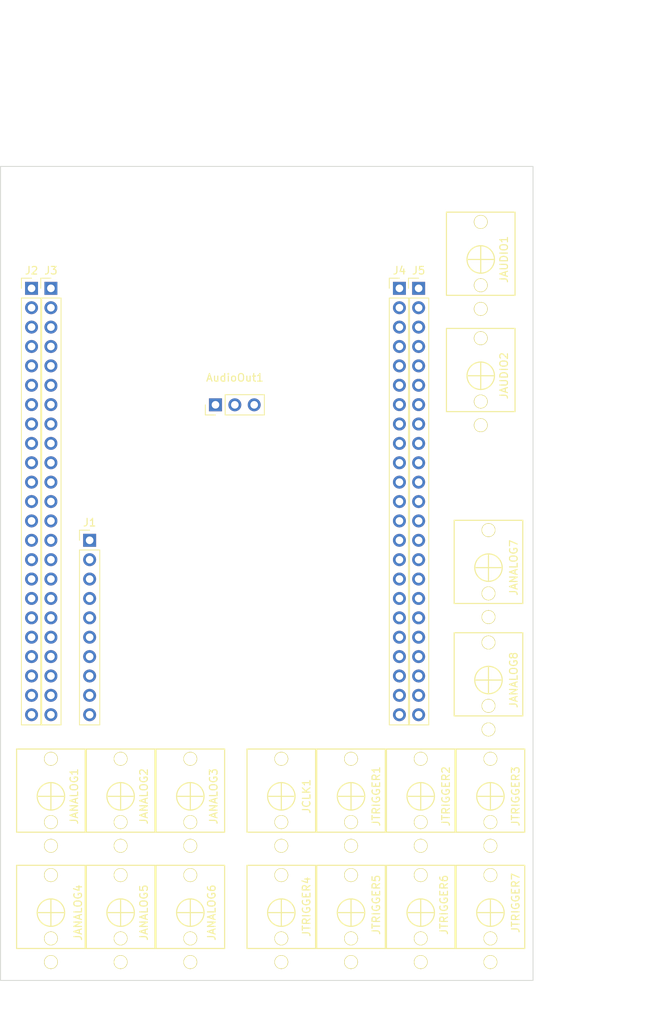
<source format=kicad_pcb>
(kicad_pcb (version 20171130) (host pcbnew "(5.1.2-1)-1")

  (general
    (thickness 1.6)
    (drawings 12)
    (tracks 0)
    (zones 0)
    (modules 24)
    (nets 1)
  )

  (page A4)
  (layers
    (0 F.Cu signal)
    (31 B.Cu signal)
    (32 B.Adhes user)
    (33 F.Adhes user)
    (34 B.Paste user)
    (35 F.Paste user)
    (36 B.SilkS user)
    (37 F.SilkS user)
    (38 B.Mask user)
    (39 F.Mask user)
    (40 Dwgs.User user)
    (41 Cmts.User user)
    (42 Eco1.User user)
    (43 Eco2.User user)
    (44 Edge.Cuts user)
    (45 Margin user)
    (46 B.CrtYd user)
    (47 F.CrtYd user)
    (48 B.Fab user)
    (49 F.Fab user)
  )

  (setup
    (last_trace_width 0.25)
    (trace_clearance 0.2)
    (zone_clearance 0.508)
    (zone_45_only no)
    (trace_min 0.2)
    (via_size 0.8)
    (via_drill 0.4)
    (via_min_size 0.4)
    (via_min_drill 0.3)
    (uvia_size 0.3)
    (uvia_drill 0.1)
    (uvias_allowed no)
    (uvia_min_size 0.2)
    (uvia_min_drill 0.1)
    (edge_width 0.05)
    (segment_width 0.2)
    (pcb_text_width 0.3)
    (pcb_text_size 1.5 1.5)
    (mod_edge_width 0.12)
    (mod_text_size 1 1)
    (mod_text_width 0.15)
    (pad_size 1.524 1.524)
    (pad_drill 0.762)
    (pad_to_mask_clearance 0.051)
    (solder_mask_min_width 0.25)
    (aux_axis_origin 0 0)
    (visible_elements FFFFFF7F)
    (pcbplotparams
      (layerselection 0x010fc_ffffffff)
      (usegerberextensions false)
      (usegerberattributes false)
      (usegerberadvancedattributes false)
      (creategerberjobfile false)
      (excludeedgelayer true)
      (linewidth 0.100000)
      (plotframeref false)
      (viasonmask false)
      (mode 1)
      (useauxorigin false)
      (hpglpennumber 1)
      (hpglpenspeed 20)
      (hpglpendiameter 15.000000)
      (psnegative false)
      (psa4output false)
      (plotreference true)
      (plotvalue true)
      (plotinvisibletext false)
      (padsonsilk false)
      (subtractmaskfromsilk false)
      (outputformat 1)
      (mirror false)
      (drillshape 1)
      (scaleselection 1)
      (outputdirectory ""))
  )

  (net 0 "")

  (net_class Default "This is the default net class."
    (clearance 0.2)
    (trace_width 0.25)
    (via_dia 0.8)
    (via_drill 0.4)
    (uvia_dia 0.3)
    (uvia_drill 0.1)
    (add_net "Net-(AudioOut1-Pad1)")
    (add_net "Net-(AudioOut1-Pad2)")
    (add_net "Net-(AudioOut1-Pad3)")
    (add_net "Net-(J1-Pad1)")
    (add_net "Net-(J1-Pad10)")
    (add_net "Net-(J1-Pad2)")
    (add_net "Net-(J1-Pad3)")
    (add_net "Net-(J1-Pad4)")
    (add_net "Net-(J1-Pad5)")
    (add_net "Net-(J1-Pad6)")
    (add_net "Net-(J1-Pad7)")
    (add_net "Net-(J1-Pad8)")
    (add_net "Net-(J1-Pad9)")
    (add_net "Net-(J2-Pad1)")
    (add_net "Net-(J2-Pad10)")
    (add_net "Net-(J2-Pad11)")
    (add_net "Net-(J2-Pad12)")
    (add_net "Net-(J2-Pad13)")
    (add_net "Net-(J2-Pad14)")
    (add_net "Net-(J2-Pad15)")
    (add_net "Net-(J2-Pad16)")
    (add_net "Net-(J2-Pad17)")
    (add_net "Net-(J2-Pad18)")
    (add_net "Net-(J2-Pad19)")
    (add_net "Net-(J2-Pad2)")
    (add_net "Net-(J2-Pad20)")
    (add_net "Net-(J2-Pad21)")
    (add_net "Net-(J2-Pad22)")
    (add_net "Net-(J2-Pad3)")
    (add_net "Net-(J2-Pad4)")
    (add_net "Net-(J2-Pad5)")
    (add_net "Net-(J2-Pad6)")
    (add_net "Net-(J2-Pad7)")
    (add_net "Net-(J2-Pad8)")
    (add_net "Net-(J2-Pad9)")
    (add_net "Net-(J3-Pad1)")
    (add_net "Net-(J3-Pad10)")
    (add_net "Net-(J3-Pad11)")
    (add_net "Net-(J3-Pad12)")
    (add_net "Net-(J3-Pad13)")
    (add_net "Net-(J3-Pad14)")
    (add_net "Net-(J3-Pad15)")
    (add_net "Net-(J3-Pad16)")
    (add_net "Net-(J3-Pad17)")
    (add_net "Net-(J3-Pad18)")
    (add_net "Net-(J3-Pad19)")
    (add_net "Net-(J3-Pad2)")
    (add_net "Net-(J3-Pad20)")
    (add_net "Net-(J3-Pad21)")
    (add_net "Net-(J3-Pad22)")
    (add_net "Net-(J3-Pad3)")
    (add_net "Net-(J3-Pad4)")
    (add_net "Net-(J3-Pad5)")
    (add_net "Net-(J3-Pad6)")
    (add_net "Net-(J3-Pad7)")
    (add_net "Net-(J3-Pad8)")
    (add_net "Net-(J3-Pad9)")
    (add_net "Net-(J4-Pad1)")
    (add_net "Net-(J4-Pad10)")
    (add_net "Net-(J4-Pad11)")
    (add_net "Net-(J4-Pad12)")
    (add_net "Net-(J4-Pad13)")
    (add_net "Net-(J4-Pad14)")
    (add_net "Net-(J4-Pad15)")
    (add_net "Net-(J4-Pad16)")
    (add_net "Net-(J4-Pad17)")
    (add_net "Net-(J4-Pad18)")
    (add_net "Net-(J4-Pad19)")
    (add_net "Net-(J4-Pad2)")
    (add_net "Net-(J4-Pad20)")
    (add_net "Net-(J4-Pad21)")
    (add_net "Net-(J4-Pad22)")
    (add_net "Net-(J4-Pad3)")
    (add_net "Net-(J4-Pad4)")
    (add_net "Net-(J4-Pad5)")
    (add_net "Net-(J4-Pad6)")
    (add_net "Net-(J4-Pad7)")
    (add_net "Net-(J4-Pad8)")
    (add_net "Net-(J4-Pad9)")
    (add_net "Net-(J5-Pad1)")
    (add_net "Net-(J5-Pad10)")
    (add_net "Net-(J5-Pad11)")
    (add_net "Net-(J5-Pad12)")
    (add_net "Net-(J5-Pad13)")
    (add_net "Net-(J5-Pad14)")
    (add_net "Net-(J5-Pad15)")
    (add_net "Net-(J5-Pad16)")
    (add_net "Net-(J5-Pad17)")
    (add_net "Net-(J5-Pad18)")
    (add_net "Net-(J5-Pad19)")
    (add_net "Net-(J5-Pad2)")
    (add_net "Net-(J5-Pad20)")
    (add_net "Net-(J5-Pad21)")
    (add_net "Net-(J5-Pad22)")
    (add_net "Net-(J5-Pad3)")
    (add_net "Net-(J5-Pad4)")
    (add_net "Net-(J5-Pad5)")
    (add_net "Net-(J5-Pad6)")
    (add_net "Net-(J5-Pad7)")
    (add_net "Net-(J5-Pad8)")
    (add_net "Net-(J5-Pad9)")
    (add_net "Net-(JANALOG1-Pad1)")
    (add_net "Net-(JANALOG1-Pad2)")
    (add_net "Net-(JANALOG1-Pad3)")
    (add_net "Net-(JANALOG2-Pad1)")
    (add_net "Net-(JANALOG2-Pad2)")
    (add_net "Net-(JANALOG2-Pad3)")
    (add_net "Net-(JANALOG3-Pad1)")
    (add_net "Net-(JANALOG3-Pad2)")
    (add_net "Net-(JANALOG3-Pad3)")
    (add_net "Net-(JANALOG4-Pad1)")
    (add_net "Net-(JANALOG4-Pad2)")
    (add_net "Net-(JANALOG4-Pad3)")
    (add_net "Net-(JANALOG5-Pad1)")
    (add_net "Net-(JANALOG5-Pad2)")
    (add_net "Net-(JANALOG5-Pad3)")
    (add_net "Net-(JANALOG6-Pad1)")
    (add_net "Net-(JANALOG6-Pad2)")
    (add_net "Net-(JANALOG6-Pad3)")
    (add_net "Net-(JANALOG7-Pad1)")
    (add_net "Net-(JANALOG7-Pad2)")
    (add_net "Net-(JANALOG7-Pad3)")
    (add_net "Net-(JANALOG8-Pad1)")
    (add_net "Net-(JANALOG8-Pad2)")
    (add_net "Net-(JANALOG8-Pad3)")
    (add_net "Net-(JAUDIO1-Pad1)")
    (add_net "Net-(JAUDIO1-Pad2)")
    (add_net "Net-(JAUDIO1-Pad3)")
    (add_net "Net-(JAUDIO2-Pad1)")
    (add_net "Net-(JAUDIO2-Pad2)")
    (add_net "Net-(JAUDIO2-Pad3)")
    (add_net "Net-(JCLK1-Pad1)")
    (add_net "Net-(JCLK1-Pad2)")
    (add_net "Net-(JCLK1-Pad3)")
    (add_net "Net-(JTRIGGER1-Pad1)")
    (add_net "Net-(JTRIGGER1-Pad2)")
    (add_net "Net-(JTRIGGER1-Pad3)")
    (add_net "Net-(JTRIGGER2-Pad1)")
    (add_net "Net-(JTRIGGER2-Pad2)")
    (add_net "Net-(JTRIGGER2-Pad3)")
    (add_net "Net-(JTRIGGER3-Pad1)")
    (add_net "Net-(JTRIGGER3-Pad2)")
    (add_net "Net-(JTRIGGER3-Pad3)")
    (add_net "Net-(JTRIGGER4-Pad1)")
    (add_net "Net-(JTRIGGER4-Pad2)")
    (add_net "Net-(JTRIGGER4-Pad3)")
    (add_net "Net-(JTRIGGER5-Pad1)")
    (add_net "Net-(JTRIGGER5-Pad2)")
    (add_net "Net-(JTRIGGER5-Pad3)")
    (add_net "Net-(JTRIGGER6-Pad1)")
    (add_net "Net-(JTRIGGER6-Pad2)")
    (add_net "Net-(JTRIGGER6-Pad3)")
    (add_net "Net-(JTRIGGER7-Pad1)")
    (add_net "Net-(JTRIGGER7-Pad2)")
    (add_net "Net-(JTRIGGER7-Pad3)")
  )

  (module Connector_PinHeader_2.54mm:PinHeader_1x03_P2.54mm_Vertical (layer F.Cu) (tedit 59FED5CC) (tstamp 5DD17F74)
    (at 93.98 66.04 90)
    (descr "Through hole straight pin header, 1x03, 2.54mm pitch, single row")
    (tags "Through hole pin header THT 1x03 2.54mm single row")
    (path /5DD957B2/5DD177CB)
    (fp_text reference AudioOut1 (at 3.556 2.54 180) (layer F.SilkS)
      (effects (font (size 1 1) (thickness 0.15)))
    )
    (fp_text value Conn_01x03_Female (at 0 7.41 90) (layer F.Fab) hide
      (effects (font (size 1 1) (thickness 0.15)))
    )
    (fp_text user %R (at 0 2.54) (layer F.Fab)
      (effects (font (size 1 1) (thickness 0.15)))
    )
    (fp_line (start 1.8 -1.8) (end -1.8 -1.8) (layer F.CrtYd) (width 0.05))
    (fp_line (start 1.8 6.85) (end 1.8 -1.8) (layer F.CrtYd) (width 0.05))
    (fp_line (start -1.8 6.85) (end 1.8 6.85) (layer F.CrtYd) (width 0.05))
    (fp_line (start -1.8 -1.8) (end -1.8 6.85) (layer F.CrtYd) (width 0.05))
    (fp_line (start -1.33 -1.33) (end 0 -1.33) (layer F.SilkS) (width 0.12))
    (fp_line (start -1.33 0) (end -1.33 -1.33) (layer F.SilkS) (width 0.12))
    (fp_line (start -1.33 1.27) (end 1.33 1.27) (layer F.SilkS) (width 0.12))
    (fp_line (start 1.33 1.27) (end 1.33 6.41) (layer F.SilkS) (width 0.12))
    (fp_line (start -1.33 1.27) (end -1.33 6.41) (layer F.SilkS) (width 0.12))
    (fp_line (start -1.33 6.41) (end 1.33 6.41) (layer F.SilkS) (width 0.12))
    (fp_line (start -1.27 -0.635) (end -0.635 -1.27) (layer F.Fab) (width 0.1))
    (fp_line (start -1.27 6.35) (end -1.27 -0.635) (layer F.Fab) (width 0.1))
    (fp_line (start 1.27 6.35) (end -1.27 6.35) (layer F.Fab) (width 0.1))
    (fp_line (start 1.27 -1.27) (end 1.27 6.35) (layer F.Fab) (width 0.1))
    (fp_line (start -0.635 -1.27) (end 1.27 -1.27) (layer F.Fab) (width 0.1))
    (pad 3 thru_hole oval (at 0 5.08 90) (size 1.7 1.7) (drill 1) (layers *.Cu *.Mask))
    (pad 2 thru_hole oval (at 0 2.54 90) (size 1.7 1.7) (drill 1) (layers *.Cu *.Mask))
    (pad 1 thru_hole rect (at 0 0 90) (size 1.7 1.7) (drill 1) (layers *.Cu *.Mask))
    (model ${KISYS3DMOD}/Connector_PinHeader_2.54mm.3dshapes/PinHeader_1x03_P2.54mm_Vertical.wrl
      (at (xyz 0 0 0))
      (scale (xyz 1 1 1))
      (rotate (xyz 0 0 0))
    )
  )

  (module Connector_PinHeader_2.54mm:PinHeader_1x23_P2.54mm_Vertical (layer F.Cu) (tedit 59FED5CC) (tstamp 5DD170C3)
    (at 120.63 50.7746)
    (descr "Through hole straight pin header, 1x23, 2.54mm pitch, single row")
    (tags "Through hole pin header THT 1x23 2.54mm single row")
    (path /5DD95839/5DDE6978)
    (fp_text reference J5 (at 0 -2.33) (layer F.SilkS)
      (effects (font (size 1 1) (thickness 0.15)))
    )
    (fp_text value Conn_01x22_Male (at 0 58.21) (layer F.Fab) hide
      (effects (font (size 1 1) (thickness 0.15)))
    )
    (fp_text user %R (at 0 27.94 90) (layer F.Fab)
      (effects (font (size 1 1) (thickness 0.15)))
    )
    (fp_line (start 1.8 -1.8) (end -1.8 -1.8) (layer F.CrtYd) (width 0.05))
    (fp_line (start 1.8 57.65) (end 1.8 -1.8) (layer F.CrtYd) (width 0.05))
    (fp_line (start -1.8 57.65) (end 1.8 57.65) (layer F.CrtYd) (width 0.05))
    (fp_line (start -1.8 -1.8) (end -1.8 57.65) (layer F.CrtYd) (width 0.05))
    (fp_line (start -1.33 -1.33) (end 0 -1.33) (layer F.SilkS) (width 0.12))
    (fp_line (start -1.33 0) (end -1.33 -1.33) (layer F.SilkS) (width 0.12))
    (fp_line (start -1.33 1.27) (end 1.33 1.27) (layer F.SilkS) (width 0.12))
    (fp_line (start 1.33 1.27) (end 1.33 57.21) (layer F.SilkS) (width 0.12))
    (fp_line (start -1.33 1.27) (end -1.33 57.21) (layer F.SilkS) (width 0.12))
    (fp_line (start -1.33 57.21) (end 1.33 57.21) (layer F.SilkS) (width 0.12))
    (fp_line (start -1.27 -0.635) (end -0.635 -1.27) (layer F.Fab) (width 0.1))
    (fp_line (start -1.27 57.15) (end -1.27 -0.635) (layer F.Fab) (width 0.1))
    (fp_line (start 1.27 57.15) (end -1.27 57.15) (layer F.Fab) (width 0.1))
    (fp_line (start 1.27 -1.27) (end 1.27 57.15) (layer F.Fab) (width 0.1))
    (fp_line (start -0.635 -1.27) (end 1.27 -1.27) (layer F.Fab) (width 0.1))
    (pad 23 thru_hole oval (at 0 55.88) (size 1.7 1.7) (drill 1) (layers *.Cu *.Mask))
    (pad 22 thru_hole oval (at 0 53.34) (size 1.7 1.7) (drill 1) (layers *.Cu *.Mask))
    (pad 21 thru_hole oval (at 0 50.8) (size 1.7 1.7) (drill 1) (layers *.Cu *.Mask))
    (pad 20 thru_hole oval (at 0 48.26) (size 1.7 1.7) (drill 1) (layers *.Cu *.Mask))
    (pad 19 thru_hole oval (at 0 45.72) (size 1.7 1.7) (drill 1) (layers *.Cu *.Mask))
    (pad 18 thru_hole oval (at 0 43.18) (size 1.7 1.7) (drill 1) (layers *.Cu *.Mask))
    (pad 17 thru_hole oval (at 0 40.64) (size 1.7 1.7) (drill 1) (layers *.Cu *.Mask))
    (pad 16 thru_hole oval (at 0 38.1) (size 1.7 1.7) (drill 1) (layers *.Cu *.Mask))
    (pad 15 thru_hole oval (at 0 35.56) (size 1.7 1.7) (drill 1) (layers *.Cu *.Mask))
    (pad 14 thru_hole oval (at 0 33.02) (size 1.7 1.7) (drill 1) (layers *.Cu *.Mask))
    (pad 13 thru_hole oval (at 0 30.48) (size 1.7 1.7) (drill 1) (layers *.Cu *.Mask))
    (pad 12 thru_hole oval (at 0 27.94) (size 1.7 1.7) (drill 1) (layers *.Cu *.Mask))
    (pad 11 thru_hole oval (at 0 25.4) (size 1.7 1.7) (drill 1) (layers *.Cu *.Mask))
    (pad 10 thru_hole oval (at 0 22.86) (size 1.7 1.7) (drill 1) (layers *.Cu *.Mask))
    (pad 9 thru_hole oval (at 0 20.32) (size 1.7 1.7) (drill 1) (layers *.Cu *.Mask))
    (pad 8 thru_hole oval (at 0 17.78) (size 1.7 1.7) (drill 1) (layers *.Cu *.Mask))
    (pad 7 thru_hole oval (at 0 15.24) (size 1.7 1.7) (drill 1) (layers *.Cu *.Mask))
    (pad 6 thru_hole oval (at 0 12.7) (size 1.7 1.7) (drill 1) (layers *.Cu *.Mask))
    (pad 5 thru_hole oval (at 0 10.16) (size 1.7 1.7) (drill 1) (layers *.Cu *.Mask))
    (pad 4 thru_hole oval (at 0 7.62) (size 1.7 1.7) (drill 1) (layers *.Cu *.Mask))
    (pad 3 thru_hole oval (at 0 5.08) (size 1.7 1.7) (drill 1) (layers *.Cu *.Mask))
    (pad 2 thru_hole oval (at 0 2.54) (size 1.7 1.7) (drill 1) (layers *.Cu *.Mask))
    (pad 1 thru_hole rect (at 0 0) (size 1.7 1.7) (drill 1) (layers *.Cu *.Mask))
    (model ${KISYS3DMOD}/Connector_PinHeader_2.54mm.3dshapes/PinHeader_1x23_P2.54mm_Vertical.wrl
      (at (xyz 0 0 0))
      (scale (xyz 1 1 1))
      (rotate (xyz 0 0 0))
    )
  )

  (module Connector_PinHeader_2.54mm:PinHeader_1x23_P2.54mm_Vertical (layer F.Cu) (tedit 59FED5CC) (tstamp 5DD17098)
    (at 118.11 50.7746)
    (descr "Through hole straight pin header, 1x23, 2.54mm pitch, single row")
    (tags "Through hole pin header THT 1x23 2.54mm single row")
    (path /5DD95839/5DDE5FA9)
    (fp_text reference J4 (at 0 -2.33) (layer F.SilkS)
      (effects (font (size 1 1) (thickness 0.15)))
    )
    (fp_text value Conn_01x22_Male (at 0 58.21) (layer F.Fab) hide
      (effects (font (size 1 1) (thickness 0.15)))
    )
    (fp_text user %R (at 0 27.94 90) (layer F.Fab)
      (effects (font (size 1 1) (thickness 0.15)))
    )
    (fp_line (start 1.8 -1.8) (end -1.8 -1.8) (layer F.CrtYd) (width 0.05))
    (fp_line (start 1.8 57.65) (end 1.8 -1.8) (layer F.CrtYd) (width 0.05))
    (fp_line (start -1.8 57.65) (end 1.8 57.65) (layer F.CrtYd) (width 0.05))
    (fp_line (start -1.8 -1.8) (end -1.8 57.65) (layer F.CrtYd) (width 0.05))
    (fp_line (start -1.33 -1.33) (end 0 -1.33) (layer F.SilkS) (width 0.12))
    (fp_line (start -1.33 0) (end -1.33 -1.33) (layer F.SilkS) (width 0.12))
    (fp_line (start -1.33 1.27) (end 1.33 1.27) (layer F.SilkS) (width 0.12))
    (fp_line (start 1.33 1.27) (end 1.33 57.21) (layer F.SilkS) (width 0.12))
    (fp_line (start -1.33 1.27) (end -1.33 57.21) (layer F.SilkS) (width 0.12))
    (fp_line (start -1.33 57.21) (end 1.33 57.21) (layer F.SilkS) (width 0.12))
    (fp_line (start -1.27 -0.635) (end -0.635 -1.27) (layer F.Fab) (width 0.1))
    (fp_line (start -1.27 57.15) (end -1.27 -0.635) (layer F.Fab) (width 0.1))
    (fp_line (start 1.27 57.15) (end -1.27 57.15) (layer F.Fab) (width 0.1))
    (fp_line (start 1.27 -1.27) (end 1.27 57.15) (layer F.Fab) (width 0.1))
    (fp_line (start -0.635 -1.27) (end 1.27 -1.27) (layer F.Fab) (width 0.1))
    (pad 23 thru_hole oval (at 0 55.88) (size 1.7 1.7) (drill 1) (layers *.Cu *.Mask))
    (pad 22 thru_hole oval (at 0 53.34) (size 1.7 1.7) (drill 1) (layers *.Cu *.Mask))
    (pad 21 thru_hole oval (at 0 50.8) (size 1.7 1.7) (drill 1) (layers *.Cu *.Mask))
    (pad 20 thru_hole oval (at 0 48.26) (size 1.7 1.7) (drill 1) (layers *.Cu *.Mask))
    (pad 19 thru_hole oval (at 0 45.72) (size 1.7 1.7) (drill 1) (layers *.Cu *.Mask))
    (pad 18 thru_hole oval (at 0 43.18) (size 1.7 1.7) (drill 1) (layers *.Cu *.Mask))
    (pad 17 thru_hole oval (at 0 40.64) (size 1.7 1.7) (drill 1) (layers *.Cu *.Mask))
    (pad 16 thru_hole oval (at 0 38.1) (size 1.7 1.7) (drill 1) (layers *.Cu *.Mask))
    (pad 15 thru_hole oval (at 0 35.56) (size 1.7 1.7) (drill 1) (layers *.Cu *.Mask))
    (pad 14 thru_hole oval (at 0 33.02) (size 1.7 1.7) (drill 1) (layers *.Cu *.Mask))
    (pad 13 thru_hole oval (at 0 30.48) (size 1.7 1.7) (drill 1) (layers *.Cu *.Mask))
    (pad 12 thru_hole oval (at 0 27.94) (size 1.7 1.7) (drill 1) (layers *.Cu *.Mask))
    (pad 11 thru_hole oval (at 0 25.4) (size 1.7 1.7) (drill 1) (layers *.Cu *.Mask))
    (pad 10 thru_hole oval (at 0 22.86) (size 1.7 1.7) (drill 1) (layers *.Cu *.Mask))
    (pad 9 thru_hole oval (at 0 20.32) (size 1.7 1.7) (drill 1) (layers *.Cu *.Mask))
    (pad 8 thru_hole oval (at 0 17.78) (size 1.7 1.7) (drill 1) (layers *.Cu *.Mask))
    (pad 7 thru_hole oval (at 0 15.24) (size 1.7 1.7) (drill 1) (layers *.Cu *.Mask))
    (pad 6 thru_hole oval (at 0 12.7) (size 1.7 1.7) (drill 1) (layers *.Cu *.Mask))
    (pad 5 thru_hole oval (at 0 10.16) (size 1.7 1.7) (drill 1) (layers *.Cu *.Mask))
    (pad 4 thru_hole oval (at 0 7.62) (size 1.7 1.7) (drill 1) (layers *.Cu *.Mask))
    (pad 3 thru_hole oval (at 0 5.08) (size 1.7 1.7) (drill 1) (layers *.Cu *.Mask))
    (pad 2 thru_hole oval (at 0 2.54) (size 1.7 1.7) (drill 1) (layers *.Cu *.Mask))
    (pad 1 thru_hole rect (at 0 0) (size 1.7 1.7) (drill 1) (layers *.Cu *.Mask))
    (model ${KISYS3DMOD}/Connector_PinHeader_2.54mm.3dshapes/PinHeader_1x23_P2.54mm_Vertical.wrl
      (at (xyz 0 0 0))
      (scale (xyz 1 1 1))
      (rotate (xyz 0 0 0))
    )
  )

  (module Connector_PinHeader_2.54mm:PinHeader_1x23_P2.54mm_Vertical (layer F.Cu) (tedit 59FED5CC) (tstamp 5DD1706D)
    (at 72.39 50.7746)
    (descr "Through hole straight pin header, 1x23, 2.54mm pitch, single row")
    (tags "Through hole pin header THT 1x23 2.54mm single row")
    (path /5DD95839/5DDE4AF1)
    (fp_text reference J3 (at 0 -2.33) (layer F.SilkS)
      (effects (font (size 1 1) (thickness 0.15)))
    )
    (fp_text value Conn_01x22_Male (at 0 58.21) (layer F.Fab) hide
      (effects (font (size 1 1) (thickness 0.15)))
    )
    (fp_text user %R (at 0 27.94 90) (layer F.Fab)
      (effects (font (size 1 1) (thickness 0.15)))
    )
    (fp_line (start 1.8 -1.8) (end -1.8 -1.8) (layer F.CrtYd) (width 0.05))
    (fp_line (start 1.8 57.65) (end 1.8 -1.8) (layer F.CrtYd) (width 0.05))
    (fp_line (start -1.8 57.65) (end 1.8 57.65) (layer F.CrtYd) (width 0.05))
    (fp_line (start -1.8 -1.8) (end -1.8 57.65) (layer F.CrtYd) (width 0.05))
    (fp_line (start -1.33 -1.33) (end 0 -1.33) (layer F.SilkS) (width 0.12))
    (fp_line (start -1.33 0) (end -1.33 -1.33) (layer F.SilkS) (width 0.12))
    (fp_line (start -1.33 1.27) (end 1.33 1.27) (layer F.SilkS) (width 0.12))
    (fp_line (start 1.33 1.27) (end 1.33 57.21) (layer F.SilkS) (width 0.12))
    (fp_line (start -1.33 1.27) (end -1.33 57.21) (layer F.SilkS) (width 0.12))
    (fp_line (start -1.33 57.21) (end 1.33 57.21) (layer F.SilkS) (width 0.12))
    (fp_line (start -1.27 -0.635) (end -0.635 -1.27) (layer F.Fab) (width 0.1))
    (fp_line (start -1.27 57.15) (end -1.27 -0.635) (layer F.Fab) (width 0.1))
    (fp_line (start 1.27 57.15) (end -1.27 57.15) (layer F.Fab) (width 0.1))
    (fp_line (start 1.27 -1.27) (end 1.27 57.15) (layer F.Fab) (width 0.1))
    (fp_line (start -0.635 -1.27) (end 1.27 -1.27) (layer F.Fab) (width 0.1))
    (pad 23 thru_hole oval (at 0 55.88) (size 1.7 1.7) (drill 1) (layers *.Cu *.Mask))
    (pad 22 thru_hole oval (at 0 53.34) (size 1.7 1.7) (drill 1) (layers *.Cu *.Mask))
    (pad 21 thru_hole oval (at 0 50.8) (size 1.7 1.7) (drill 1) (layers *.Cu *.Mask))
    (pad 20 thru_hole oval (at 0 48.26) (size 1.7 1.7) (drill 1) (layers *.Cu *.Mask))
    (pad 19 thru_hole oval (at 0 45.72) (size 1.7 1.7) (drill 1) (layers *.Cu *.Mask))
    (pad 18 thru_hole oval (at 0 43.18) (size 1.7 1.7) (drill 1) (layers *.Cu *.Mask))
    (pad 17 thru_hole oval (at 0 40.64) (size 1.7 1.7) (drill 1) (layers *.Cu *.Mask))
    (pad 16 thru_hole oval (at 0 38.1) (size 1.7 1.7) (drill 1) (layers *.Cu *.Mask))
    (pad 15 thru_hole oval (at 0 35.56) (size 1.7 1.7) (drill 1) (layers *.Cu *.Mask))
    (pad 14 thru_hole oval (at 0 33.02) (size 1.7 1.7) (drill 1) (layers *.Cu *.Mask))
    (pad 13 thru_hole oval (at 0 30.48) (size 1.7 1.7) (drill 1) (layers *.Cu *.Mask))
    (pad 12 thru_hole oval (at 0 27.94) (size 1.7 1.7) (drill 1) (layers *.Cu *.Mask))
    (pad 11 thru_hole oval (at 0 25.4) (size 1.7 1.7) (drill 1) (layers *.Cu *.Mask))
    (pad 10 thru_hole oval (at 0 22.86) (size 1.7 1.7) (drill 1) (layers *.Cu *.Mask))
    (pad 9 thru_hole oval (at 0 20.32) (size 1.7 1.7) (drill 1) (layers *.Cu *.Mask))
    (pad 8 thru_hole oval (at 0 17.78) (size 1.7 1.7) (drill 1) (layers *.Cu *.Mask))
    (pad 7 thru_hole oval (at 0 15.24) (size 1.7 1.7) (drill 1) (layers *.Cu *.Mask))
    (pad 6 thru_hole oval (at 0 12.7) (size 1.7 1.7) (drill 1) (layers *.Cu *.Mask))
    (pad 5 thru_hole oval (at 0 10.16) (size 1.7 1.7) (drill 1) (layers *.Cu *.Mask))
    (pad 4 thru_hole oval (at 0 7.62) (size 1.7 1.7) (drill 1) (layers *.Cu *.Mask))
    (pad 3 thru_hole oval (at 0 5.08) (size 1.7 1.7) (drill 1) (layers *.Cu *.Mask))
    (pad 2 thru_hole oval (at 0 2.54) (size 1.7 1.7) (drill 1) (layers *.Cu *.Mask))
    (pad 1 thru_hole rect (at 0 0) (size 1.7 1.7) (drill 1) (layers *.Cu *.Mask))
    (model ${KISYS3DMOD}/Connector_PinHeader_2.54mm.3dshapes/PinHeader_1x23_P2.54mm_Vertical.wrl
      (at (xyz 0 0 0))
      (scale (xyz 1 1 1))
      (rotate (xyz 0 0 0))
    )
  )

  (module Connector_PinHeader_2.54mm:PinHeader_1x23_P2.54mm_Vertical (layer F.Cu) (tedit 59FED5CC) (tstamp 5DD17042)
    (at 69.85 50.7746)
    (descr "Through hole straight pin header, 1x23, 2.54mm pitch, single row")
    (tags "Through hole pin header THT 1x23 2.54mm single row")
    (path /5DD95839/5DDE1140)
    (fp_text reference J2 (at 0 -2.33) (layer F.SilkS)
      (effects (font (size 1 1) (thickness 0.15)))
    )
    (fp_text value Conn_01x22_Male (at 0 58.21) (layer F.Fab) hide
      (effects (font (size 1 1) (thickness 0.15)))
    )
    (fp_text user %R (at 0 27.94 90) (layer F.Fab)
      (effects (font (size 1 1) (thickness 0.15)))
    )
    (fp_line (start 1.8 -1.8) (end -1.8 -1.8) (layer F.CrtYd) (width 0.05))
    (fp_line (start 1.8 57.65) (end 1.8 -1.8) (layer F.CrtYd) (width 0.05))
    (fp_line (start -1.8 57.65) (end 1.8 57.65) (layer F.CrtYd) (width 0.05))
    (fp_line (start -1.8 -1.8) (end -1.8 57.65) (layer F.CrtYd) (width 0.05))
    (fp_line (start -1.33 -1.33) (end 0 -1.33) (layer F.SilkS) (width 0.12))
    (fp_line (start -1.33 0) (end -1.33 -1.33) (layer F.SilkS) (width 0.12))
    (fp_line (start -1.33 1.27) (end 1.33 1.27) (layer F.SilkS) (width 0.12))
    (fp_line (start 1.33 1.27) (end 1.33 57.21) (layer F.SilkS) (width 0.12))
    (fp_line (start -1.33 1.27) (end -1.33 57.21) (layer F.SilkS) (width 0.12))
    (fp_line (start -1.33 57.21) (end 1.33 57.21) (layer F.SilkS) (width 0.12))
    (fp_line (start -1.27 -0.635) (end -0.635 -1.27) (layer F.Fab) (width 0.1))
    (fp_line (start -1.27 57.15) (end -1.27 -0.635) (layer F.Fab) (width 0.1))
    (fp_line (start 1.27 57.15) (end -1.27 57.15) (layer F.Fab) (width 0.1))
    (fp_line (start 1.27 -1.27) (end 1.27 57.15) (layer F.Fab) (width 0.1))
    (fp_line (start -0.635 -1.27) (end 1.27 -1.27) (layer F.Fab) (width 0.1))
    (pad 23 thru_hole oval (at 0 55.88) (size 1.7 1.7) (drill 1) (layers *.Cu *.Mask))
    (pad 22 thru_hole oval (at 0 53.34) (size 1.7 1.7) (drill 1) (layers *.Cu *.Mask))
    (pad 21 thru_hole oval (at 0 50.8) (size 1.7 1.7) (drill 1) (layers *.Cu *.Mask))
    (pad 20 thru_hole oval (at 0 48.26) (size 1.7 1.7) (drill 1) (layers *.Cu *.Mask))
    (pad 19 thru_hole oval (at 0 45.72) (size 1.7 1.7) (drill 1) (layers *.Cu *.Mask))
    (pad 18 thru_hole oval (at 0 43.18) (size 1.7 1.7) (drill 1) (layers *.Cu *.Mask))
    (pad 17 thru_hole oval (at 0 40.64) (size 1.7 1.7) (drill 1) (layers *.Cu *.Mask))
    (pad 16 thru_hole oval (at 0 38.1) (size 1.7 1.7) (drill 1) (layers *.Cu *.Mask))
    (pad 15 thru_hole oval (at 0 35.56) (size 1.7 1.7) (drill 1) (layers *.Cu *.Mask))
    (pad 14 thru_hole oval (at 0 33.02) (size 1.7 1.7) (drill 1) (layers *.Cu *.Mask))
    (pad 13 thru_hole oval (at 0 30.48) (size 1.7 1.7) (drill 1) (layers *.Cu *.Mask))
    (pad 12 thru_hole oval (at 0 27.94) (size 1.7 1.7) (drill 1) (layers *.Cu *.Mask))
    (pad 11 thru_hole oval (at 0 25.4) (size 1.7 1.7) (drill 1) (layers *.Cu *.Mask))
    (pad 10 thru_hole oval (at 0 22.86) (size 1.7 1.7) (drill 1) (layers *.Cu *.Mask))
    (pad 9 thru_hole oval (at 0 20.32) (size 1.7 1.7) (drill 1) (layers *.Cu *.Mask))
    (pad 8 thru_hole oval (at 0 17.78) (size 1.7 1.7) (drill 1) (layers *.Cu *.Mask))
    (pad 7 thru_hole oval (at 0 15.24) (size 1.7 1.7) (drill 1) (layers *.Cu *.Mask))
    (pad 6 thru_hole oval (at 0 12.7) (size 1.7 1.7) (drill 1) (layers *.Cu *.Mask))
    (pad 5 thru_hole oval (at 0 10.16) (size 1.7 1.7) (drill 1) (layers *.Cu *.Mask))
    (pad 4 thru_hole oval (at 0 7.62) (size 1.7 1.7) (drill 1) (layers *.Cu *.Mask))
    (pad 3 thru_hole oval (at 0 5.08) (size 1.7 1.7) (drill 1) (layers *.Cu *.Mask))
    (pad 2 thru_hole oval (at 0 2.54) (size 1.7 1.7) (drill 1) (layers *.Cu *.Mask))
    (pad 1 thru_hole rect (at 0 0) (size 1.7 1.7) (drill 1) (layers *.Cu *.Mask))
    (model ${KISYS3DMOD}/Connector_PinHeader_2.54mm.3dshapes/PinHeader_1x23_P2.54mm_Vertical.wrl
      (at (xyz 0 0 0))
      (scale (xyz 1 1 1))
      (rotate (xyz 0 0 0))
    )
  )

  (module Connector_PinHeader_2.54mm:PinHeader_1x10_P2.54mm_Vertical (layer F.Cu) (tedit 59FED5CC) (tstamp 5DD166FF)
    (at 77.47 83.7946)
    (descr "Through hole straight pin header, 1x10, 2.54mm pitch, single row")
    (tags "Through hole pin header THT 1x10 2.54mm single row")
    (path /5DD957F7/5DDDE6FA)
    (fp_text reference J1 (at 0 -2.33) (layer F.SilkS)
      (effects (font (size 1 1) (thickness 0.15)))
    )
    (fp_text value Conn_01x10_Male (at 0 25.19) (layer F.Fab) hide
      (effects (font (size 1 1) (thickness 0.15)))
    )
    (fp_text user %R (at 0 11.43 90) (layer F.Fab)
      (effects (font (size 1 1) (thickness 0.15)))
    )
    (fp_line (start 1.8 -1.8) (end -1.8 -1.8) (layer F.CrtYd) (width 0.05))
    (fp_line (start 1.8 24.65) (end 1.8 -1.8) (layer F.CrtYd) (width 0.05))
    (fp_line (start -1.8 24.65) (end 1.8 24.65) (layer F.CrtYd) (width 0.05))
    (fp_line (start -1.8 -1.8) (end -1.8 24.65) (layer F.CrtYd) (width 0.05))
    (fp_line (start -1.33 -1.33) (end 0 -1.33) (layer F.SilkS) (width 0.12))
    (fp_line (start -1.33 0) (end -1.33 -1.33) (layer F.SilkS) (width 0.12))
    (fp_line (start -1.33 1.27) (end 1.33 1.27) (layer F.SilkS) (width 0.12))
    (fp_line (start 1.33 1.27) (end 1.33 24.19) (layer F.SilkS) (width 0.12))
    (fp_line (start -1.33 1.27) (end -1.33 24.19) (layer F.SilkS) (width 0.12))
    (fp_line (start -1.33 24.19) (end 1.33 24.19) (layer F.SilkS) (width 0.12))
    (fp_line (start -1.27 -0.635) (end -0.635 -1.27) (layer F.Fab) (width 0.1))
    (fp_line (start -1.27 24.13) (end -1.27 -0.635) (layer F.Fab) (width 0.1))
    (fp_line (start 1.27 24.13) (end -1.27 24.13) (layer F.Fab) (width 0.1))
    (fp_line (start 1.27 -1.27) (end 1.27 24.13) (layer F.Fab) (width 0.1))
    (fp_line (start -0.635 -1.27) (end 1.27 -1.27) (layer F.Fab) (width 0.1))
    (pad 10 thru_hole oval (at 0 22.86) (size 1.7 1.7) (drill 1) (layers *.Cu *.Mask))
    (pad 9 thru_hole oval (at 0 20.32) (size 1.7 1.7) (drill 1) (layers *.Cu *.Mask))
    (pad 8 thru_hole oval (at 0 17.78) (size 1.7 1.7) (drill 1) (layers *.Cu *.Mask))
    (pad 7 thru_hole oval (at 0 15.24) (size 1.7 1.7) (drill 1) (layers *.Cu *.Mask))
    (pad 6 thru_hole oval (at 0 12.7) (size 1.7 1.7) (drill 1) (layers *.Cu *.Mask))
    (pad 5 thru_hole oval (at 0 10.16) (size 1.7 1.7) (drill 1) (layers *.Cu *.Mask))
    (pad 4 thru_hole oval (at 0 7.62) (size 1.7 1.7) (drill 1) (layers *.Cu *.Mask))
    (pad 3 thru_hole oval (at 0 5.08) (size 1.7 1.7) (drill 1) (layers *.Cu *.Mask))
    (pad 2 thru_hole oval (at 0 2.54) (size 1.7 1.7) (drill 1) (layers *.Cu *.Mask))
    (pad 1 thru_hole rect (at 0 0) (size 1.7 1.7) (drill 1) (layers *.Cu *.Mask))
    (model ${KISYS3DMOD}/Connector_PinHeader_2.54mm.3dshapes/PinHeader_1x10_P2.54mm_Vertical.wrl
      (at (xyz 0 0 0))
      (scale (xyz 1 1 1))
      (rotate (xyz 0 0 0))
    )
  )

  (module Eurocad:PJ301M-12 (layer F.Cu) (tedit 5819F691) (tstamp 5DD13F1E)
    (at 130.048 132.588)
    (path /5DD95839/5DDD44F9)
    (fp_text reference JTRIGGER7 (at 3.302 -1.27 90) (layer F.SilkS)
      (effects (font (size 1 1) (thickness 0.15)))
    )
    (fp_text value JACK-MONO (at 0 -7.112) (layer F.Fab) hide
      (effects (font (size 1 1) (thickness 0.15)))
    )
    (fp_line (start -4.5 -6.2) (end 4.5 -6.2) (layer F.SilkS) (width 0.15))
    (fp_line (start -4.5 4.7) (end 4.5 4.7) (layer F.SilkS) (width 0.15))
    (fp_line (start -4.5 -6.2) (end -4.5 4.7) (layer F.SilkS) (width 0.15))
    (fp_line (start 4.5 -6.2) (end 4.5 4.7) (layer F.SilkS) (width 0.15))
    (fp_circle (center 0 0) (end 1.8 0) (layer F.SilkS) (width 0.15))
    (fp_line (start 0 -1.8) (end 0 1.8) (layer F.SilkS) (width 0.15))
    (fp_line (start -1.8 0) (end 1.8 0) (layer F.SilkS) (width 0.15))
    (pad 3 thru_hole circle (at 0 -4.92) (size 1.8 1.8) (drill 1.6) (layers *.Cu *.Mask F.SilkS))
    (pad 1 thru_hole circle (at 0 6.48) (size 1.8 1.8) (drill 1.6) (layers *.Cu *.Mask F.SilkS))
    (pad 2 thru_hole circle (at 0 3.38) (size 1.8 1.8) (drill 1.6) (layers *.Cu *.Mask F.SilkS))
  )

  (module Eurocad:PJ301M-12 (layer F.Cu) (tedit 5819F691) (tstamp 5DD13F10)
    (at 120.904 132.588)
    (path /5DD95839/5DDD4466)
    (fp_text reference JTRIGGER6 (at 3.048 -1.016 90) (layer F.SilkS)
      (effects (font (size 1 1) (thickness 0.15)))
    )
    (fp_text value JACK-MONO (at 0 -7.112) (layer F.Fab) hide
      (effects (font (size 1 1) (thickness 0.15)))
    )
    (fp_line (start -4.5 -6.2) (end 4.5 -6.2) (layer F.SilkS) (width 0.15))
    (fp_line (start -4.5 4.7) (end 4.5 4.7) (layer F.SilkS) (width 0.15))
    (fp_line (start -4.5 -6.2) (end -4.5 4.7) (layer F.SilkS) (width 0.15))
    (fp_line (start 4.5 -6.2) (end 4.5 4.7) (layer F.SilkS) (width 0.15))
    (fp_circle (center 0 0) (end 1.8 0) (layer F.SilkS) (width 0.15))
    (fp_line (start 0 -1.8) (end 0 1.8) (layer F.SilkS) (width 0.15))
    (fp_line (start -1.8 0) (end 1.8 0) (layer F.SilkS) (width 0.15))
    (pad 3 thru_hole circle (at 0 -4.92) (size 1.8 1.8) (drill 1.6) (layers *.Cu *.Mask F.SilkS))
    (pad 1 thru_hole circle (at 0 6.48) (size 1.8 1.8) (drill 1.6) (layers *.Cu *.Mask F.SilkS))
    (pad 2 thru_hole circle (at 0 3.38) (size 1.8 1.8) (drill 1.6) (layers *.Cu *.Mask F.SilkS))
  )

  (module Eurocad:PJ301M-12 (layer F.Cu) (tedit 5819F691) (tstamp 5DD13F02)
    (at 111.76 132.588)
    (path /5DD95839/5DDD4409)
    (fp_text reference JTRIGGER5 (at 3.302 -1.016 90) (layer F.SilkS)
      (effects (font (size 1 1) (thickness 0.15)))
    )
    (fp_text value JACK-MONO (at 0 -7.112) (layer F.Fab) hide
      (effects (font (size 1 1) (thickness 0.15)))
    )
    (fp_line (start -4.5 -6.2) (end 4.5 -6.2) (layer F.SilkS) (width 0.15))
    (fp_line (start -4.5 4.7) (end 4.5 4.7) (layer F.SilkS) (width 0.15))
    (fp_line (start -4.5 -6.2) (end -4.5 4.7) (layer F.SilkS) (width 0.15))
    (fp_line (start 4.5 -6.2) (end 4.5 4.7) (layer F.SilkS) (width 0.15))
    (fp_circle (center 0 0) (end 1.8 0) (layer F.SilkS) (width 0.15))
    (fp_line (start 0 -1.8) (end 0 1.8) (layer F.SilkS) (width 0.15))
    (fp_line (start -1.8 0) (end 1.8 0) (layer F.SilkS) (width 0.15))
    (pad 3 thru_hole circle (at 0 -4.92) (size 1.8 1.8) (drill 1.6) (layers *.Cu *.Mask F.SilkS))
    (pad 1 thru_hole circle (at 0 6.48) (size 1.8 1.8) (drill 1.6) (layers *.Cu *.Mask F.SilkS))
    (pad 2 thru_hole circle (at 0 3.38) (size 1.8 1.8) (drill 1.6) (layers *.Cu *.Mask F.SilkS))
  )

  (module Eurocad:PJ301M-12 (layer F.Cu) (tedit 5819F691) (tstamp 5DD13EF4)
    (at 102.616 132.588)
    (path /5DD95839/5DDD43C7)
    (fp_text reference JTRIGGER4 (at 3.302 -0.762 90) (layer F.SilkS)
      (effects (font (size 1 1) (thickness 0.15)))
    )
    (fp_text value JACK-MONO (at 0 -7.112) (layer F.Fab) hide
      (effects (font (size 1 1) (thickness 0.15)))
    )
    (fp_line (start -4.5 -6.2) (end 4.5 -6.2) (layer F.SilkS) (width 0.15))
    (fp_line (start -4.5 4.7) (end 4.5 4.7) (layer F.SilkS) (width 0.15))
    (fp_line (start -4.5 -6.2) (end -4.5 4.7) (layer F.SilkS) (width 0.15))
    (fp_line (start 4.5 -6.2) (end 4.5 4.7) (layer F.SilkS) (width 0.15))
    (fp_circle (center 0 0) (end 1.8 0) (layer F.SilkS) (width 0.15))
    (fp_line (start 0 -1.8) (end 0 1.8) (layer F.SilkS) (width 0.15))
    (fp_line (start -1.8 0) (end 1.8 0) (layer F.SilkS) (width 0.15))
    (pad 3 thru_hole circle (at 0 -4.92) (size 1.8 1.8) (drill 1.6) (layers *.Cu *.Mask F.SilkS))
    (pad 1 thru_hole circle (at 0 6.48) (size 1.8 1.8) (drill 1.6) (layers *.Cu *.Mask F.SilkS))
    (pad 2 thru_hole circle (at 0 3.38) (size 1.8 1.8) (drill 1.6) (layers *.Cu *.Mask F.SilkS))
  )

  (module Eurocad:PJ301M-12 (layer F.Cu) (tedit 5819F691) (tstamp 5DD13EE6)
    (at 130.048 117.348)
    (path /5DD95839/5DDD4091)
    (fp_text reference JTRIGGER3 (at 3.302 0 90) (layer F.SilkS)
      (effects (font (size 1 1) (thickness 0.15)))
    )
    (fp_text value JACK-MONO (at 0 -7.112) (layer F.Fab) hide
      (effects (font (size 1 1) (thickness 0.15)))
    )
    (fp_line (start -4.5 -6.2) (end 4.5 -6.2) (layer F.SilkS) (width 0.15))
    (fp_line (start -4.5 4.7) (end 4.5 4.7) (layer F.SilkS) (width 0.15))
    (fp_line (start -4.5 -6.2) (end -4.5 4.7) (layer F.SilkS) (width 0.15))
    (fp_line (start 4.5 -6.2) (end 4.5 4.7) (layer F.SilkS) (width 0.15))
    (fp_circle (center 0 0) (end 1.8 0) (layer F.SilkS) (width 0.15))
    (fp_line (start 0 -1.8) (end 0 1.8) (layer F.SilkS) (width 0.15))
    (fp_line (start -1.8 0) (end 1.8 0) (layer F.SilkS) (width 0.15))
    (pad 3 thru_hole circle (at 0 -4.92) (size 1.8 1.8) (drill 1.6) (layers *.Cu *.Mask F.SilkS))
    (pad 1 thru_hole circle (at 0 6.48) (size 1.8 1.8) (drill 1.6) (layers *.Cu *.Mask F.SilkS))
    (pad 2 thru_hole circle (at 0 3.38) (size 1.8 1.8) (drill 1.6) (layers *.Cu *.Mask F.SilkS))
  )

  (module Eurocad:PJ301M-12 (layer F.Cu) (tedit 5819F691) (tstamp 5DD13ED8)
    (at 120.904 117.348)
    (path /5DD95839/5DDD3C2C)
    (fp_text reference JTRIGGER2 (at 3.302 0 90) (layer F.SilkS)
      (effects (font (size 1 1) (thickness 0.15)))
    )
    (fp_text value JACK-MONO (at 0 -7.112) (layer F.Fab) hide
      (effects (font (size 1 1) (thickness 0.15)))
    )
    (fp_line (start -4.5 -6.2) (end 4.5 -6.2) (layer F.SilkS) (width 0.15))
    (fp_line (start -4.5 4.7) (end 4.5 4.7) (layer F.SilkS) (width 0.15))
    (fp_line (start -4.5 -6.2) (end -4.5 4.7) (layer F.SilkS) (width 0.15))
    (fp_line (start 4.5 -6.2) (end 4.5 4.7) (layer F.SilkS) (width 0.15))
    (fp_circle (center 0 0) (end 1.8 0) (layer F.SilkS) (width 0.15))
    (fp_line (start 0 -1.8) (end 0 1.8) (layer F.SilkS) (width 0.15))
    (fp_line (start -1.8 0) (end 1.8 0) (layer F.SilkS) (width 0.15))
    (pad 3 thru_hole circle (at 0 -4.92) (size 1.8 1.8) (drill 1.6) (layers *.Cu *.Mask F.SilkS))
    (pad 1 thru_hole circle (at 0 6.48) (size 1.8 1.8) (drill 1.6) (layers *.Cu *.Mask F.SilkS))
    (pad 2 thru_hole circle (at 0 3.38) (size 1.8 1.8) (drill 1.6) (layers *.Cu *.Mask F.SilkS))
  )

  (module Eurocad:PJ301M-12 (layer F.Cu) (tedit 5819F691) (tstamp 5DD13E96)
    (at 129.794 102.108)
    (path /5DD957F7/5DDD6A96)
    (fp_text reference JANALOG8 (at 3.302 0 90) (layer F.SilkS)
      (effects (font (size 1 1) (thickness 0.15)))
    )
    (fp_text value JACK-MONO (at 0 -7.112) (layer F.Fab) hide
      (effects (font (size 1 1) (thickness 0.15)))
    )
    (fp_line (start -4.5 -6.2) (end 4.5 -6.2) (layer F.SilkS) (width 0.15))
    (fp_line (start -4.5 4.7) (end 4.5 4.7) (layer F.SilkS) (width 0.15))
    (fp_line (start -4.5 -6.2) (end -4.5 4.7) (layer F.SilkS) (width 0.15))
    (fp_line (start 4.5 -6.2) (end 4.5 4.7) (layer F.SilkS) (width 0.15))
    (fp_circle (center 0 0) (end 1.8 0) (layer F.SilkS) (width 0.15))
    (fp_line (start 0 -1.8) (end 0 1.8) (layer F.SilkS) (width 0.15))
    (fp_line (start -1.8 0) (end 1.8 0) (layer F.SilkS) (width 0.15))
    (pad 3 thru_hole circle (at 0 -4.92) (size 1.8 1.8) (drill 1.6) (layers *.Cu *.Mask F.SilkS))
    (pad 1 thru_hole circle (at 0 6.48) (size 1.8 1.8) (drill 1.6) (layers *.Cu *.Mask F.SilkS))
    (pad 2 thru_hole circle (at 0 3.38) (size 1.8 1.8) (drill 1.6) (layers *.Cu *.Mask F.SilkS))
  )

  (module Eurocad:PJ301M-12 (layer F.Cu) (tedit 5819F691) (tstamp 5DD13E88)
    (at 129.794 87.376)
    (path /5DD957F7/5DDD66F4)
    (fp_text reference JANALOG7 (at 3.302 0 90) (layer F.SilkS)
      (effects (font (size 1 1) (thickness 0.15)))
    )
    (fp_text value JACK-MONO (at 0 -7.112) (layer F.Fab)
      (effects (font (size 1 1) (thickness 0.15)))
    )
    (fp_line (start -4.5 -6.2) (end 4.5 -6.2) (layer F.SilkS) (width 0.15))
    (fp_line (start -4.5 4.7) (end 4.5 4.7) (layer F.SilkS) (width 0.15))
    (fp_line (start -4.5 -6.2) (end -4.5 4.7) (layer F.SilkS) (width 0.15))
    (fp_line (start 4.5 -6.2) (end 4.5 4.7) (layer F.SilkS) (width 0.15))
    (fp_circle (center 0 0) (end 1.8 0) (layer F.SilkS) (width 0.15))
    (fp_line (start 0 -1.8) (end 0 1.8) (layer F.SilkS) (width 0.15))
    (fp_line (start -1.8 0) (end 1.8 0) (layer F.SilkS) (width 0.15))
    (pad 3 thru_hole circle (at 0 -4.92) (size 1.8 1.8) (drill 1.6) (layers *.Cu *.Mask F.SilkS))
    (pad 1 thru_hole circle (at 0 6.48) (size 1.8 1.8) (drill 1.6) (layers *.Cu *.Mask F.SilkS))
    (pad 2 thru_hole circle (at 0 3.38) (size 1.8 1.8) (drill 1.6) (layers *.Cu *.Mask F.SilkS))
  )

  (module Eurocad:PJ301M-12 (layer F.Cu) (tedit 5819F691) (tstamp 5DD13E7A)
    (at 90.678 132.588)
    (path /5DD957F7/5DDD6496)
    (fp_text reference JANALOG6 (at 2.794 0 90) (layer F.SilkS)
      (effects (font (size 1 1) (thickness 0.15)))
    )
    (fp_text value JACK-MONO (at 0 -7.112) (layer F.Fab) hide
      (effects (font (size 1 1) (thickness 0.15)))
    )
    (fp_line (start -4.5 -6.2) (end 4.5 -6.2) (layer F.SilkS) (width 0.15))
    (fp_line (start -4.5 4.7) (end 4.5 4.7) (layer F.SilkS) (width 0.15))
    (fp_line (start -4.5 -6.2) (end -4.5 4.7) (layer F.SilkS) (width 0.15))
    (fp_line (start 4.5 -6.2) (end 4.5 4.7) (layer F.SilkS) (width 0.15))
    (fp_circle (center 0 0) (end 1.8 0) (layer F.SilkS) (width 0.15))
    (fp_line (start 0 -1.8) (end 0 1.8) (layer F.SilkS) (width 0.15))
    (fp_line (start -1.8 0) (end 1.8 0) (layer F.SilkS) (width 0.15))
    (pad 3 thru_hole circle (at 0 -4.92) (size 1.8 1.8) (drill 1.6) (layers *.Cu *.Mask F.SilkS))
    (pad 1 thru_hole circle (at 0 6.48) (size 1.8 1.8) (drill 1.6) (layers *.Cu *.Mask F.SilkS))
    (pad 2 thru_hole circle (at 0 3.38) (size 1.8 1.8) (drill 1.6) (layers *.Cu *.Mask F.SilkS))
  )

  (module Eurocad:PJ301M-12 (layer F.Cu) (tedit 5819F691) (tstamp 5DD13E6C)
    (at 81.534 132.588)
    (path /5DD957F7/5DDD6289)
    (fp_text reference JANALOG5 (at 3.048 0 90) (layer F.SilkS)
      (effects (font (size 1 1) (thickness 0.15)))
    )
    (fp_text value JACK-MONO (at 0 -7.112) (layer F.Fab) hide
      (effects (font (size 1 1) (thickness 0.15)))
    )
    (fp_line (start -4.5 -6.2) (end 4.5 -6.2) (layer F.SilkS) (width 0.15))
    (fp_line (start -4.5 4.7) (end 4.5 4.7) (layer F.SilkS) (width 0.15))
    (fp_line (start -4.5 -6.2) (end -4.5 4.7) (layer F.SilkS) (width 0.15))
    (fp_line (start 4.5 -6.2) (end 4.5 4.7) (layer F.SilkS) (width 0.15))
    (fp_circle (center 0 0) (end 1.8 0) (layer F.SilkS) (width 0.15))
    (fp_line (start 0 -1.8) (end 0 1.8) (layer F.SilkS) (width 0.15))
    (fp_line (start -1.8 0) (end 1.8 0) (layer F.SilkS) (width 0.15))
    (pad 3 thru_hole circle (at 0 -4.92) (size 1.8 1.8) (drill 1.6) (layers *.Cu *.Mask F.SilkS))
    (pad 1 thru_hole circle (at 0 6.48) (size 1.8 1.8) (drill 1.6) (layers *.Cu *.Mask F.SilkS))
    (pad 2 thru_hole circle (at 0 3.38) (size 1.8 1.8) (drill 1.6) (layers *.Cu *.Mask F.SilkS))
  )

  (module Eurocad:PJ301M-12 (layer F.Cu) (tedit 5819F691) (tstamp 5DD13E5E)
    (at 72.39 132.588)
    (path /5DD957F7/5DDD5F02)
    (fp_text reference JANALOG4 (at 3.556 0 90) (layer F.SilkS)
      (effects (font (size 1 1) (thickness 0.15)))
    )
    (fp_text value JACK-MONO (at 0 -7.112) (layer F.Fab) hide
      (effects (font (size 1 1) (thickness 0.15)))
    )
    (fp_line (start -4.5 -6.2) (end 4.5 -6.2) (layer F.SilkS) (width 0.15))
    (fp_line (start -4.5 4.7) (end 4.5 4.7) (layer F.SilkS) (width 0.15))
    (fp_line (start -4.5 -6.2) (end -4.5 4.7) (layer F.SilkS) (width 0.15))
    (fp_line (start 4.5 -6.2) (end 4.5 4.7) (layer F.SilkS) (width 0.15))
    (fp_circle (center 0 0) (end 1.8 0) (layer F.SilkS) (width 0.15))
    (fp_line (start 0 -1.8) (end 0 1.8) (layer F.SilkS) (width 0.15))
    (fp_line (start -1.8 0) (end 1.8 0) (layer F.SilkS) (width 0.15))
    (pad 3 thru_hole circle (at 0 -4.92) (size 1.8 1.8) (drill 1.6) (layers *.Cu *.Mask F.SilkS))
    (pad 1 thru_hole circle (at 0 6.48) (size 1.8 1.8) (drill 1.6) (layers *.Cu *.Mask F.SilkS))
    (pad 2 thru_hole circle (at 0 3.38) (size 1.8 1.8) (drill 1.6) (layers *.Cu *.Mask F.SilkS))
  )

  (module Eurocad:PJ301M-12 (layer F.Cu) (tedit 5819F691) (tstamp 5DD13E50)
    (at 90.678 117.348)
    (path /5DD957F7/5DDD5C53)
    (fp_text reference JANALOG3 (at 3.048 0 90) (layer F.SilkS)
      (effects (font (size 1 1) (thickness 0.15)))
    )
    (fp_text value JACK-MONO (at 0 -7.112) (layer F.Fab) hide
      (effects (font (size 1 1) (thickness 0.15)))
    )
    (fp_line (start -4.5 -6.2) (end 4.5 -6.2) (layer F.SilkS) (width 0.15))
    (fp_line (start -4.5 4.7) (end 4.5 4.7) (layer F.SilkS) (width 0.15))
    (fp_line (start -4.5 -6.2) (end -4.5 4.7) (layer F.SilkS) (width 0.15))
    (fp_line (start 4.5 -6.2) (end 4.5 4.7) (layer F.SilkS) (width 0.15))
    (fp_circle (center 0 0) (end 1.8 0) (layer F.SilkS) (width 0.15))
    (fp_line (start 0 -1.8) (end 0 1.8) (layer F.SilkS) (width 0.15))
    (fp_line (start -1.8 0) (end 1.8 0) (layer F.SilkS) (width 0.15))
    (pad 3 thru_hole circle (at 0 -4.92) (size 1.8 1.8) (drill 1.6) (layers *.Cu *.Mask F.SilkS))
    (pad 1 thru_hole circle (at 0 6.48) (size 1.8 1.8) (drill 1.6) (layers *.Cu *.Mask F.SilkS))
    (pad 2 thru_hole circle (at 0 3.38) (size 1.8 1.8) (drill 1.6) (layers *.Cu *.Mask F.SilkS))
  )

  (module Eurocad:PJ301M-12 (layer F.Cu) (tedit 5819F691) (tstamp 5DD13E42)
    (at 81.534 117.348)
    (path /5DD957F7/5DDD5902)
    (fp_text reference JANALOG2 (at 3.048 0 90) (layer F.SilkS)
      (effects (font (size 1 1) (thickness 0.15)))
    )
    (fp_text value JACK-MONO (at 0 -7.112) (layer F.Fab) hide
      (effects (font (size 1 1) (thickness 0.15)))
    )
    (fp_line (start -4.5 -6.2) (end 4.5 -6.2) (layer F.SilkS) (width 0.15))
    (fp_line (start -4.5 4.7) (end 4.5 4.7) (layer F.SilkS) (width 0.15))
    (fp_line (start -4.5 -6.2) (end -4.5 4.7) (layer F.SilkS) (width 0.15))
    (fp_line (start 4.5 -6.2) (end 4.5 4.7) (layer F.SilkS) (width 0.15))
    (fp_circle (center 0 0) (end 1.8 0) (layer F.SilkS) (width 0.15))
    (fp_line (start 0 -1.8) (end 0 1.8) (layer F.SilkS) (width 0.15))
    (fp_line (start -1.8 0) (end 1.8 0) (layer F.SilkS) (width 0.15))
    (pad 3 thru_hole circle (at 0 -4.92) (size 1.8 1.8) (drill 1.6) (layers *.Cu *.Mask F.SilkS))
    (pad 1 thru_hole circle (at 0 6.48) (size 1.8 1.8) (drill 1.6) (layers *.Cu *.Mask F.SilkS))
    (pad 2 thru_hole circle (at 0 3.38) (size 1.8 1.8) (drill 1.6) (layers *.Cu *.Mask F.SilkS))
  )

  (module Eurocad:PJ301M-12 (layer F.Cu) (tedit 5819F691) (tstamp 5DD139E4)
    (at 111.76 117.348)
    (path /5DD95839/5DD95F80)
    (fp_text reference JTRIGGER1 (at 3.302 0 90) (layer F.SilkS)
      (effects (font (size 1 1) (thickness 0.15)))
    )
    (fp_text value JACK-MONO (at 0 -7.112) (layer F.Fab) hide
      (effects (font (size 1 1) (thickness 0.15)))
    )
    (fp_line (start -4.5 -6.2) (end 4.5 -6.2) (layer F.SilkS) (width 0.15))
    (fp_line (start -4.5 4.7) (end 4.5 4.7) (layer F.SilkS) (width 0.15))
    (fp_line (start -4.5 -6.2) (end -4.5 4.7) (layer F.SilkS) (width 0.15))
    (fp_line (start 4.5 -6.2) (end 4.5 4.7) (layer F.SilkS) (width 0.15))
    (fp_circle (center 0 0) (end 1.8 0) (layer F.SilkS) (width 0.15))
    (fp_line (start 0 -1.8) (end 0 1.8) (layer F.SilkS) (width 0.15))
    (fp_line (start -1.8 0) (end 1.8 0) (layer F.SilkS) (width 0.15))
    (pad 3 thru_hole circle (at 0 -4.92) (size 1.8 1.8) (drill 1.6) (layers *.Cu *.Mask F.SilkS))
    (pad 1 thru_hole circle (at 0 6.48) (size 1.8 1.8) (drill 1.6) (layers *.Cu *.Mask F.SilkS))
    (pad 2 thru_hole circle (at 0 3.38) (size 1.8 1.8) (drill 1.6) (layers *.Cu *.Mask F.SilkS))
  )

  (module Eurocad:PJ301M-12 (layer F.Cu) (tedit 5819F691) (tstamp 5DD139D6)
    (at 102.616 117.348)
    (path /5DD95839/5DD95D22)
    (fp_text reference JCLK1 (at 3.302 0 90) (layer F.SilkS)
      (effects (font (size 1 1) (thickness 0.15)))
    )
    (fp_text value JACK-MONO (at 0 -7.112) (layer F.Fab) hide
      (effects (font (size 1 1) (thickness 0.15)))
    )
    (fp_line (start -4.5 -6.2) (end 4.5 -6.2) (layer F.SilkS) (width 0.15))
    (fp_line (start -4.5 4.7) (end 4.5 4.7) (layer F.SilkS) (width 0.15))
    (fp_line (start -4.5 -6.2) (end -4.5 4.7) (layer F.SilkS) (width 0.15))
    (fp_line (start 4.5 -6.2) (end 4.5 4.7) (layer F.SilkS) (width 0.15))
    (fp_circle (center 0 0) (end 1.8 0) (layer F.SilkS) (width 0.15))
    (fp_line (start 0 -1.8) (end 0 1.8) (layer F.SilkS) (width 0.15))
    (fp_line (start -1.8 0) (end 1.8 0) (layer F.SilkS) (width 0.15))
    (pad 3 thru_hole circle (at 0 -4.92) (size 1.8 1.8) (drill 1.6) (layers *.Cu *.Mask F.SilkS))
    (pad 1 thru_hole circle (at 0 6.48) (size 1.8 1.8) (drill 1.6) (layers *.Cu *.Mask F.SilkS))
    (pad 2 thru_hole circle (at 0 3.38) (size 1.8 1.8) (drill 1.6) (layers *.Cu *.Mask F.SilkS))
  )

  (module Eurocad:PJ301M-12 (layer F.Cu) (tedit 5819F691) (tstamp 5DD13966)
    (at 72.39 117.348)
    (path /5DD957F7/5DDA3155)
    (fp_text reference JANALOG1 (at 3.048 0 90) (layer F.SilkS)
      (effects (font (size 1 1) (thickness 0.15)))
    )
    (fp_text value JACK-MONO (at 0 -7.112) (layer F.Fab) hide
      (effects (font (size 1 1) (thickness 0.15)))
    )
    (fp_line (start -4.5 -6.2) (end 4.5 -6.2) (layer F.SilkS) (width 0.15))
    (fp_line (start -4.5 4.7) (end 4.5 4.7) (layer F.SilkS) (width 0.15))
    (fp_line (start -4.5 -6.2) (end -4.5 4.7) (layer F.SilkS) (width 0.15))
    (fp_line (start 4.5 -6.2) (end 4.5 4.7) (layer F.SilkS) (width 0.15))
    (fp_circle (center 0 0) (end 1.8 0) (layer F.SilkS) (width 0.15))
    (fp_line (start 0 -1.8) (end 0 1.8) (layer F.SilkS) (width 0.15))
    (fp_line (start -1.8 0) (end 1.8 0) (layer F.SilkS) (width 0.15))
    (pad 3 thru_hole circle (at 0 -4.92) (size 1.8 1.8) (drill 1.6) (layers *.Cu *.Mask F.SilkS))
    (pad 1 thru_hole circle (at 0 6.48) (size 1.8 1.8) (drill 1.6) (layers *.Cu *.Mask F.SilkS))
    (pad 2 thru_hole circle (at 0 3.38) (size 1.8 1.8) (drill 1.6) (layers *.Cu *.Mask F.SilkS))
  )

  (module Eurocad:PJ301M-12 (layer F.Cu) (tedit 5819F691) (tstamp 5DD13958)
    (at 128.778 62.23)
    (path /5DD957B2/5DD9E431)
    (fp_text reference JAUDIO2 (at 3.048 0 90) (layer F.SilkS)
      (effects (font (size 1 1) (thickness 0.15)))
    )
    (fp_text value JACK-MONO (at 0 -7.112) (layer F.Fab) hide
      (effects (font (size 1 1) (thickness 0.15)))
    )
    (fp_line (start -4.5 -6.2) (end 4.5 -6.2) (layer F.SilkS) (width 0.15))
    (fp_line (start -4.5 4.7) (end 4.5 4.7) (layer F.SilkS) (width 0.15))
    (fp_line (start -4.5 -6.2) (end -4.5 4.7) (layer F.SilkS) (width 0.15))
    (fp_line (start 4.5 -6.2) (end 4.5 4.7) (layer F.SilkS) (width 0.15))
    (fp_circle (center 0 0) (end 1.8 0) (layer F.SilkS) (width 0.15))
    (fp_line (start 0 -1.8) (end 0 1.8) (layer F.SilkS) (width 0.15))
    (fp_line (start -1.8 0) (end 1.8 0) (layer F.SilkS) (width 0.15))
    (pad 3 thru_hole circle (at 0 -4.92) (size 1.8 1.8) (drill 1.6) (layers *.Cu *.Mask F.SilkS))
    (pad 1 thru_hole circle (at 0 6.48) (size 1.8 1.8) (drill 1.6) (layers *.Cu *.Mask F.SilkS))
    (pad 2 thru_hole circle (at 0 3.38) (size 1.8 1.8) (drill 1.6) (layers *.Cu *.Mask F.SilkS))
  )

  (module Eurocad:PJ301M-12 (layer F.Cu) (tedit 5819F691) (tstamp 5DD1394A)
    (at 128.778 46.99)
    (path /5DD957B2/5DD9E42B)
    (fp_text reference JAUDIO1 (at 3.048 0 90) (layer F.SilkS)
      (effects (font (size 1 1) (thickness 0.15)))
    )
    (fp_text value JACK-MONO (at 0 -7.112) (layer F.Fab) hide
      (effects (font (size 1 1) (thickness 0.15)))
    )
    (fp_line (start -4.5 -6.2) (end 4.5 -6.2) (layer F.SilkS) (width 0.15))
    (fp_line (start -4.5 4.7) (end 4.5 4.7) (layer F.SilkS) (width 0.15))
    (fp_line (start -4.5 -6.2) (end -4.5 4.7) (layer F.SilkS) (width 0.15))
    (fp_line (start 4.5 -6.2) (end 4.5 4.7) (layer F.SilkS) (width 0.15))
    (fp_circle (center 0 0) (end 1.8 0) (layer F.SilkS) (width 0.15))
    (fp_line (start 0 -1.8) (end 0 1.8) (layer F.SilkS) (width 0.15))
    (fp_line (start -1.8 0) (end 1.8 0) (layer F.SilkS) (width 0.15))
    (pad 3 thru_hole circle (at 0 -4.92) (size 1.8 1.8) (drill 1.6) (layers *.Cu *.Mask F.SilkS))
    (pad 1 thru_hole circle (at 0 6.48) (size 1.8 1.8) (drill 1.6) (layers *.Cu *.Mask F.SilkS))
    (pad 2 thru_hole circle (at 0 3.38) (size 1.8 1.8) (drill 1.6) (layers *.Cu *.Mask F.SilkS))
  )

  (dimension 21.59 (width 0.12) (layer Dwgs.User)
    (gr_text "21.590 mm" (at 83.185 26.416) (layer Dwgs.User)
      (effects (font (size 1 1) (thickness 0.15)))
    )
    (feature1 (pts (xy 93.98 30.988) (xy 93.98 27.099579)))
    (feature2 (pts (xy 72.39 30.988) (xy 72.39 27.099579)))
    (crossbar (pts (xy 72.39 27.686) (xy 93.98 27.686)))
    (arrow1a (pts (xy 93.98 27.686) (xy 92.853496 28.272421)))
    (arrow1b (pts (xy 93.98 27.686) (xy 92.853496 27.099579)))
    (arrow2a (pts (xy 72.39 27.686) (xy 73.516504 28.272421)))
    (arrow2b (pts (xy 72.39 27.686) (xy 73.516504 27.099579)))
  )
  (dimension 15.24 (width 0.12) (layer Dwgs.User)
    (gr_text "15.240 mm" (at 141.224 58.42 270) (layer Dwgs.User)
      (effects (font (size 1 1) (thickness 0.15)))
    )
    (feature1 (pts (xy 137.922 66.04) (xy 140.540421 66.04)))
    (feature2 (pts (xy 137.922 50.8) (xy 140.540421 50.8)))
    (crossbar (pts (xy 139.954 50.8) (xy 139.954 66.04)))
    (arrow1a (pts (xy 139.954 66.04) (xy 139.367579 64.913496)))
    (arrow1b (pts (xy 139.954 66.04) (xy 140.540421 64.913496)))
    (arrow2a (pts (xy 139.954 50.8) (xy 139.367579 51.926504)))
    (arrow2b (pts (xy 139.954 50.8) (xy 140.540421 51.926504)))
  )
  (dimension 106.680302 (width 0.15) (layer Dwgs.User)
    (gr_text "106.680 mm" (at 149.508934 88.1671 89.86358174) (layer Dwgs.User) (tstamp 5DD18C36)
      (effects (font (size 1 1) (thickness 0.15)))
    )
    (feature1 (pts (xy 137.16 141.478) (xy 148.668357 141.505401)))
    (feature2 (pts (xy 137.414 34.798) (xy 148.922357 34.825401)))
    (crossbar (pts (xy 148.335938 34.824005) (xy 148.081938 141.504005)))
    (arrow1a (pts (xy 148.081938 141.504005) (xy 147.498201 140.376108)))
    (arrow1b (pts (xy 148.081938 141.504005) (xy 148.671039 140.378901)))
    (arrow2a (pts (xy 148.335938 34.824005) (xy 147.746837 35.949109)))
    (arrow2b (pts (xy 148.335938 34.824005) (xy 148.919675 35.951902)))
  )
  (gr_line (start 135.636 34.798) (end 135.636 141.478) (layer Edge.Cuts) (width 0.1))
  (dimension 50.8 (width 0.15) (layer Dwgs.User)
    (gr_text "50.800 mm" (at 95.25 24.354) (layer Dwgs.User) (tstamp 5DD17694)
      (effects (font (size 1 1) (thickness 0.15)))
    )
    (feature1 (pts (xy 120.65 31.75) (xy 120.65 25.067579)))
    (feature2 (pts (xy 69.85 31.75) (xy 69.85 25.067579)))
    (crossbar (pts (xy 69.85 25.654) (xy 120.65 25.654)))
    (arrow1a (pts (xy 120.65 25.654) (xy 119.523496 26.240421)))
    (arrow1b (pts (xy 120.65 25.654) (xy 119.523496 25.067579)))
    (arrow2a (pts (xy 69.85 25.654) (xy 70.976504 26.240421)))
    (arrow2b (pts (xy 69.85 25.654) (xy 70.976504 25.067579)))
  )
  (dimension 2.54 (width 0.15) (layer Dwgs.User)
    (gr_text "2.540 mm" (at 119.38 20.036) (layer Dwgs.User) (tstamp 5DD176A0)
      (effects (font (size 1 1) (thickness 0.15)))
    )
    (feature1 (pts (xy 118.11 29.464) (xy 118.11 20.749579)))
    (feature2 (pts (xy 120.65 29.464) (xy 120.65 20.749579)))
    (crossbar (pts (xy 120.65 21.336) (xy 118.11 21.336)))
    (arrow1a (pts (xy 118.11 21.336) (xy 119.236504 20.749579)))
    (arrow1b (pts (xy 118.11 21.336) (xy 119.236504 21.922421)))
    (arrow2a (pts (xy 120.65 21.336) (xy 119.523496 20.749579)))
    (arrow2b (pts (xy 120.65 21.336) (xy 119.523496 21.922421)))
  )
  (gr_line (start 65.786 34.798) (end 135.636 34.798) (layer Edge.Cuts) (width 0.1))
  (dimension 7.62 (width 0.15) (layer Dwgs.User)
    (gr_text "7.620 mm" (at 73.66 13.686) (layer Dwgs.User) (tstamp 5DD176A6)
      (effects (font (size 1 1) (thickness 0.15)))
    )
    (feature1 (pts (xy 77.47 31.75) (xy 77.47 14.399579)))
    (feature2 (pts (xy 69.85 31.75) (xy 69.85 14.399579)))
    (crossbar (pts (xy 69.85 14.986) (xy 77.47 14.986)))
    (arrow1a (pts (xy 77.47 14.986) (xy 76.343496 15.572421)))
    (arrow1b (pts (xy 77.47 14.986) (xy 76.343496 14.399579)))
    (arrow2a (pts (xy 69.85 14.986) (xy 70.976504 15.572421)))
    (arrow2b (pts (xy 69.85 14.986) (xy 70.976504 14.399579)))
  )
  (dimension 2.54 (width 0.15) (layer Dwgs.User)
    (gr_text "2.540 mm" (at 71.12 19.528) (layer Dwgs.User) (tstamp 5DD1769A)
      (effects (font (size 1 1) (thickness 0.15)))
    )
    (feature1 (pts (xy 72.39 33.528) (xy 72.39 20.241579)))
    (feature2 (pts (xy 69.85 33.528) (xy 69.85 20.241579)))
    (crossbar (pts (xy 69.85 20.828) (xy 72.39 20.828)))
    (arrow1a (pts (xy 72.39 20.828) (xy 71.263496 21.414421)))
    (arrow1b (pts (xy 72.39 20.828) (xy 71.263496 20.241579)))
    (arrow2a (pts (xy 69.85 20.828) (xy 70.976504 21.414421)))
    (arrow2b (pts (xy 69.85 20.828) (xy 70.976504 20.241579)))
  )
  (dimension 69.85 (width 0.15) (layer Dwgs.User)
    (gr_text "69.850 mm" (at 100.711 147.858) (layer Dwgs.User)
      (effects (font (size 1 1) (thickness 0.15)))
    )
    (feature1 (pts (xy 65.786 142.748) (xy 65.786 147.144421)))
    (feature2 (pts (xy 135.636 142.748) (xy 135.636 147.144421)))
    (crossbar (pts (xy 135.636 146.558) (xy 65.786 146.558)))
    (arrow1a (pts (xy 65.786 146.558) (xy 66.912504 145.971579)))
    (arrow1b (pts (xy 65.786 146.558) (xy 66.912504 147.144421)))
    (arrow2a (pts (xy 135.636 146.558) (xy 134.509496 145.971579)))
    (arrow2b (pts (xy 135.636 146.558) (xy 134.509496 147.144421)))
  )
  (gr_line (start 65.786 141.478) (end 65.786 34.798) (layer Edge.Cuts) (width 0.1))
  (gr_line (start 135.636 141.478) (end 65.786 141.478) (layer Edge.Cuts) (width 0.1))

)

</source>
